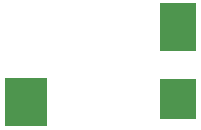
<source format=gtp>
G75*
G70*
%OFA0B0*%
%FSLAX24Y24*%
%IPPOS*%
%LPD*%
%AMOC8*
5,1,8,0,0,1.08239X$1,22.5*
%
%ADD10R,0.1189X0.1642*%
%ADD11R,0.1189X0.1327*%
%ADD12R,0.1386X0.1642*%
D10*
X012744Y024550D03*
D11*
X012744Y022150D03*
D12*
X007657Y022050D03*
M02*

</source>
